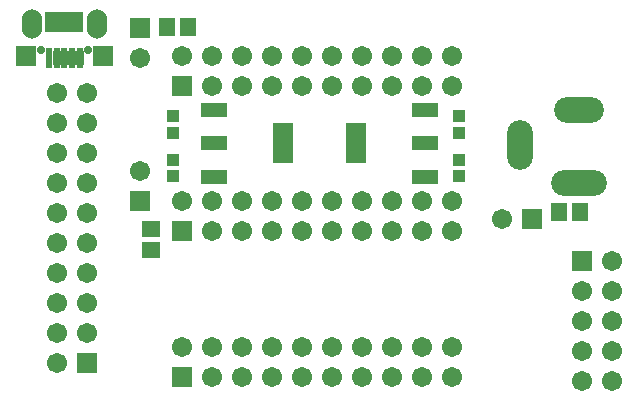
<source format=gbs>
%FSLAX25Y25*%
%MOIN*%
G70*
G01*
G75*
G04 Layer_Color=16711935*
%ADD10R,0.05906X0.05906*%
%ADD11C,0.05906*%
%ADD12R,0.05906X0.05906*%
%ADD13O,0.17716X0.07874*%
%ADD14O,0.15748X0.07874*%
%ADD15O,0.07874X0.15748*%
%ADD16C,0.05906*%
%ADD17C,0.03150*%
%ADD18C,0.01969*%
%ADD19O,0.05906X0.09055*%
%ADD20R,0.05906X0.12598*%
%ADD21R,0.07874X0.03937*%
%ADD22R,0.03543X0.03150*%
%ADD23R,0.06102X0.06102*%
%ADD24O,0.01575X0.06299*%
%ADD25R,0.01575X0.06299*%
%ADD26R,0.11811X0.05906*%
%ADD27R,0.04724X0.05512*%
%ADD28R,0.05512X0.04724*%
%ADD29C,0.01181*%
%ADD30C,0.03937*%
%ADD31C,0.02362*%
%ADD32C,0.03150*%
%ADD33C,0.01575*%
%ADD34C,0.01000*%
%ADD35C,0.00787*%
%ADD36C,0.00800*%
%ADD37C,0.00591*%
%ADD38R,0.06706X0.06706*%
%ADD39C,0.06706*%
%ADD40R,0.06706X0.06706*%
%ADD41O,0.18517X0.08674*%
%ADD42O,0.16548X0.08674*%
%ADD43O,0.08674X0.16548*%
%ADD44C,0.06706*%
%ADD45C,0.03950*%
%ADD46C,0.02769*%
%ADD47O,0.06706X0.09855*%
%ADD48R,0.06706X0.13398*%
%ADD49R,0.08674X0.04737*%
%ADD50R,0.04343X0.03950*%
%ADD51R,0.06902X0.06902*%
%ADD52O,0.02375X0.07099*%
%ADD53R,0.02375X0.07099*%
%ADD54R,0.12611X0.06706*%
%ADD55R,0.05524X0.06312*%
%ADD56R,0.06312X0.05524*%
D38*
X363500Y258000D02*
D03*
Y209500D02*
D03*
Y306500D02*
D03*
X480400Y262200D02*
D03*
D39*
X373500Y258000D02*
D03*
X383500D02*
D03*
X393500D02*
D03*
X403500D02*
D03*
X413500D02*
D03*
X423500D02*
D03*
X433500D02*
D03*
X443500D02*
D03*
X453500D02*
D03*
X363500Y268000D02*
D03*
X373500D02*
D03*
X383500D02*
D03*
X393500D02*
D03*
X403500D02*
D03*
X413500D02*
D03*
X423500D02*
D03*
X433500D02*
D03*
X443500D02*
D03*
X453500D02*
D03*
X373500Y209500D02*
D03*
X383500D02*
D03*
X393500D02*
D03*
X403500D02*
D03*
X413500D02*
D03*
X423500D02*
D03*
X433500D02*
D03*
X443500D02*
D03*
X453500D02*
D03*
X363500Y219500D02*
D03*
X373500D02*
D03*
X383500D02*
D03*
X393500D02*
D03*
X403500D02*
D03*
X413500D02*
D03*
X423500D02*
D03*
X433500D02*
D03*
X443500D02*
D03*
X453500D02*
D03*
X322000Y304000D02*
D03*
X332000D02*
D03*
X322000Y294000D02*
D03*
X332000D02*
D03*
X322000Y284000D02*
D03*
X332000D02*
D03*
X322000Y274000D02*
D03*
X332000D02*
D03*
X322000Y264000D02*
D03*
X332000D02*
D03*
X322000Y254000D02*
D03*
X332000D02*
D03*
X322000Y244000D02*
D03*
X332000D02*
D03*
X322000Y234000D02*
D03*
X332000D02*
D03*
X322000Y224000D02*
D03*
X332000D02*
D03*
X322000Y214000D02*
D03*
X373500Y306500D02*
D03*
X383500D02*
D03*
X393500D02*
D03*
X403500D02*
D03*
X413500D02*
D03*
X423500D02*
D03*
X433500D02*
D03*
X443500D02*
D03*
X453500D02*
D03*
X363500Y316500D02*
D03*
X373500D02*
D03*
X383500D02*
D03*
X393500D02*
D03*
X403500D02*
D03*
X413500D02*
D03*
X423500D02*
D03*
X433500D02*
D03*
X443500D02*
D03*
X453500D02*
D03*
X492063Y298472D02*
D03*
X499937D02*
D03*
X476315Y282724D02*
D03*
Y290598D02*
D03*
X507000Y248000D02*
D03*
X497000Y238000D02*
D03*
X507000D02*
D03*
X497000Y228000D02*
D03*
X507000D02*
D03*
X497000Y218000D02*
D03*
X507000D02*
D03*
X497000Y208000D02*
D03*
X507000D02*
D03*
X470400Y262200D02*
D03*
X349500Y315900D02*
D03*
Y278100D02*
D03*
D40*
X332000Y214000D02*
D03*
X497000Y248000D02*
D03*
X349500Y325900D02*
D03*
Y268100D02*
D03*
D41*
X496000Y274063D02*
D03*
D42*
Y298472D02*
D03*
D43*
X476315Y286661D02*
D03*
D44*
X500921Y274063D02*
D03*
X491079D02*
D03*
D45*
X313493Y328695D02*
D03*
Y325743D02*
D03*
X335343Y328695D02*
D03*
Y325743D02*
D03*
D46*
X332292Y318558D02*
D03*
X316544D02*
D03*
D47*
X313493Y327120D02*
D03*
X335343D02*
D03*
D48*
X397200Y287300D02*
D03*
X421600D02*
D03*
D49*
X374200Y276276D02*
D03*
Y287300D02*
D03*
Y298324D02*
D03*
X444600D02*
D03*
Y287300D02*
D03*
Y276276D02*
D03*
D50*
X360800Y290830D02*
D03*
Y296342D02*
D03*
Y276430D02*
D03*
Y281942D02*
D03*
X456100D02*
D03*
Y276430D02*
D03*
Y296342D02*
D03*
Y290830D02*
D03*
D51*
X311500Y316306D02*
D03*
X337300D02*
D03*
D52*
X329536Y315900D02*
D03*
X326977D02*
D03*
X321859D02*
D03*
X324418D02*
D03*
D53*
X319300D02*
D03*
D54*
X324418Y327711D02*
D03*
D55*
X358557Y326100D02*
D03*
X365643D02*
D03*
X489257Y264500D02*
D03*
X496343D02*
D03*
D56*
X353400Y258843D02*
D03*
Y251757D02*
D03*
M02*

</source>
